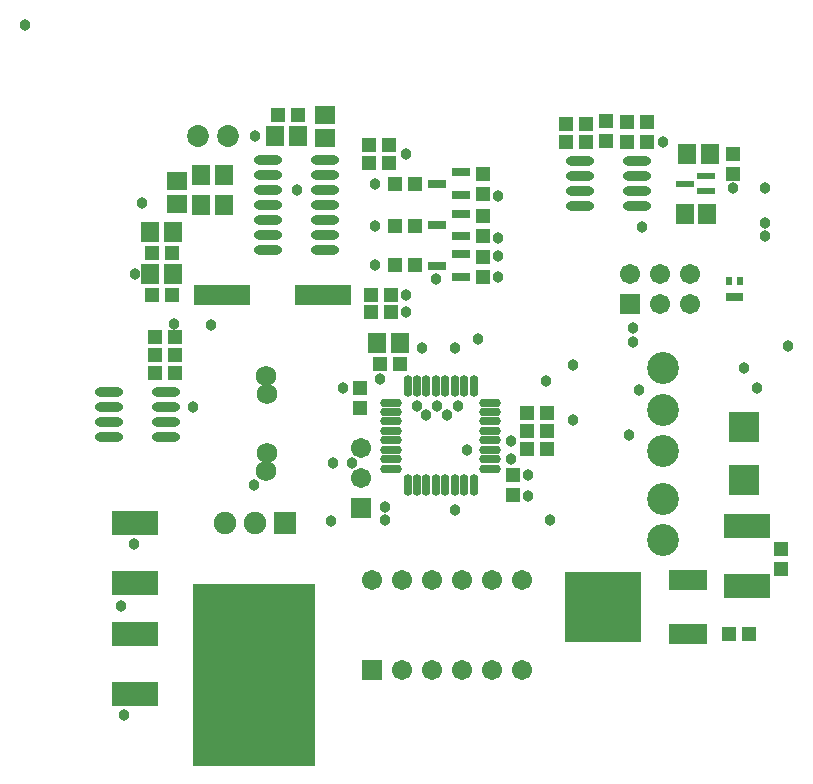
<source format=gts>
%FSDAX24Y24*%
%MOIN*%
%SFA1B1*%

%IPPOS*%
%ADD37R,0.405000X0.605000*%
%ADD38R,0.047400X0.051300*%
%ADD39R,0.157600X0.080800*%
%ADD40R,0.051300X0.047400*%
%ADD41R,0.059200X0.023700*%
%ADD42R,0.059200X0.067100*%
%ADD43O,0.094600X0.031600*%
%ADD44R,0.252100X0.236300*%
%ADD45R,0.126100X0.071000*%
%ADD46R,0.098600X0.098600*%
%ADD47O,0.073000X0.029700*%
%ADD48O,0.029700X0.073000*%
%ADD49R,0.059200X0.031600*%
%ADD50R,0.185200X0.067100*%
%ADD51R,0.067100X0.059200*%
%ADD52R,0.019800X0.025700*%
%ADD53C,0.067100*%
%ADD54R,0.067100X0.067100*%
%ADD55R,0.074900X0.074900*%
%ADD56C,0.074900*%
%ADD57C,0.068000*%
%ADD58C,0.067100*%
%ADD59R,0.067100X0.067100*%
%ADD60R,0.067100X0.067100*%
%ADD61C,0.073000*%
%ADD62C,0.106400*%
%ADD63C,0.038000*%
%LNde-150824-1*%
%LPD*%
G54D37*
X018295Y017135D03*
G54D38*
X035850Y020665D03*
Y021335D03*
X021800Y026685D03*
Y026015D03*
X034250Y034485D03*
Y033815D03*
X030000Y035595D03*
Y034925D03*
X026900Y023115D03*
Y023785D03*
X025900Y033165D03*
Y033835D03*
Y031765D03*
Y032435D03*
Y030395D03*
Y031065D03*
G54D39*
X034700Y022104D03*
Y020096D03*
X014300Y022204D03*
Y020196D03*
Y016496D03*
Y018504D03*
G54D40*
X030715Y034900D03*
X031385D03*
X028035Y025850D03*
X027365D03*
X028665Y035500D03*
X029335D03*
X028665Y034900D03*
X029335D03*
X023135Y027500D03*
X022465D03*
X028035Y025250D03*
X027365D03*
X028035Y024650D03*
X027365D03*
X014965Y028400D03*
X015635D03*
X034785Y018500D03*
X034115D03*
X015635Y027800D03*
X014965D03*
X015635Y027200D03*
X014965D03*
X022965Y033500D03*
X023635D03*
X022835Y029800D03*
X022165D03*
X022965Y032100D03*
X023635D03*
X014865Y029800D03*
X015535D03*
X022785Y034200D03*
X022115D03*
X022785Y034800D03*
X022115D03*
X022965Y030800D03*
X023635D03*
X019065Y035800D03*
X019735D03*
X015535Y031200D03*
X014865D03*
X022835Y029220D03*
X022165D03*
X030715Y035550D03*
X031385D03*
G54D41*
X032646Y033500D03*
X033354Y033756D03*
Y033244D03*
G54D42*
X032726Y034500D03*
X033474D03*
X032646Y032500D03*
X033394D03*
X023144Y028200D03*
X022396D03*
X016526Y032800D03*
X017274D03*
Y033800D03*
X016526D03*
X018996Y035100D03*
X019744D03*
X014826Y031900D03*
X015574D03*
Y030500D03*
X014826D03*
G54D43*
X031045Y032750D03*
Y033250D03*
Y033750D03*
Y034250D03*
X029155Y032750D03*
Y033250D03*
Y033750D03*
Y034250D03*
X020645Y031300D03*
Y031800D03*
Y032300D03*
Y032800D03*
Y033300D03*
Y033800D03*
Y034300D03*
X018755Y031300D03*
Y031800D03*
Y032300D03*
Y032800D03*
Y033300D03*
Y033800D03*
Y034300D03*
X013455Y026550D03*
Y026050D03*
Y025550D03*
Y025050D03*
X015345Y026550D03*
Y026050D03*
Y025550D03*
Y025050D03*
G54D44*
X029898Y019400D03*
G54D45*
X032732Y020302D03*
Y018498D03*
G54D46*
X034600Y023614D03*
Y025386D03*
G54D47*
X026144Y023998D03*
Y024313D03*
Y024628D03*
Y024943D03*
Y025257D03*
Y025572D03*
Y025887D03*
Y026202D03*
X022856D03*
Y025887D03*
Y025572D03*
Y025257D03*
Y024943D03*
Y024628D03*
Y024313D03*
Y023998D03*
G54D48*
X025602Y026744D03*
X025287D03*
X024972D03*
X024657D03*
X024343D03*
X024028D03*
X023713D03*
X023398D03*
Y023456D03*
X023713D03*
X024028D03*
X024343D03*
X024657D03*
X024972D03*
X025287D03*
X025602D03*
G54D49*
X025193Y033126D03*
Y033874D03*
X024367Y033500D03*
X025193Y031756D03*
Y032504D03*
X024367Y032130D03*
X025193Y030396D03*
Y031144D03*
X024367Y030770D03*
G54D50*
X020573Y029800D03*
X017227D03*
G54D51*
X015700Y032826D03*
Y033574D03*
X020650Y035026D03*
Y035774D03*
G54D52*
X034103Y029734D03*
X034300D03*
X034497D03*
Y030266D03*
X034103D03*
G54D53*
X032800Y030500D03*
Y029500D03*
X031800Y030500D03*
Y029500D03*
X030800Y030500D03*
X027200Y020300D03*
X026200D03*
X025200D03*
X024200D03*
X023200D03*
X022200D03*
X027200Y017300D03*
X021850Y023700D03*
Y024700D03*
G54D54*
X030800Y029500D03*
G54D55*
X019300Y022200D03*
G54D56*
X018300Y022200D03*
X017300D03*
G54D57*
X018700Y026494D03*
Y024526D03*
X018690Y027085D03*
Y023935D03*
G54D58*
X026200Y017300D03*
X025200D03*
X024200D03*
X023200D03*
G54D59*
X022200Y017300D03*
G54D60*
X021850Y022700D03*
G54D61*
X016400Y035100D03*
X017400D03*
G54D62*
X031920Y027348D03*
Y025970D03*
Y024592D03*
Y022999D03*
Y021621D03*
G54D63*
X010650Y038800D03*
X023883Y028033D03*
X014300Y030500D03*
X018300Y035100D03*
X019700Y033300D03*
X022300Y032100D03*
Y030800D03*
X026400Y033100D03*
Y031700D03*
Y030400D03*
Y031100D03*
X023350Y034500D03*
X013950Y015800D03*
X022300Y033500D03*
X022650Y022300D03*
Y022724D03*
X026850Y024930D03*
X031200Y032070D03*
X036090Y028080D03*
X035330Y031750D03*
X025090Y026090D03*
X024730Y025800D03*
X023710Y026080D03*
X024380D03*
X024030Y025790D03*
X031910Y034890D03*
X035330Y032200D03*
X028030Y026910D03*
X025370Y024610D03*
X027430Y023785D03*
X027420Y023100D03*
X016250Y026070D03*
X018270Y023440D03*
X020860Y022250D03*
X024972Y022608D03*
X014280Y021480D03*
X013850Y019410D03*
X015630Y028810D03*
X016860Y028800D03*
X023360Y029800D03*
X024980Y028020D03*
X022465Y027000D03*
X035050Y026680D03*
X030930Y028700D03*
X034600Y027360D03*
X028910Y025620D03*
Y027440D03*
X024340Y030320D03*
X025760Y028310D03*
X031130Y026630D03*
X030930Y028220D03*
X026850Y024313D03*
X023360Y029220D03*
X021560Y024200D03*
X020910D03*
X021250Y026700D03*
X035330Y033350D03*
X030780Y025110D03*
X028160Y022280D03*
X014540Y032840D03*
X034250Y033340D03*
M02*
</source>
